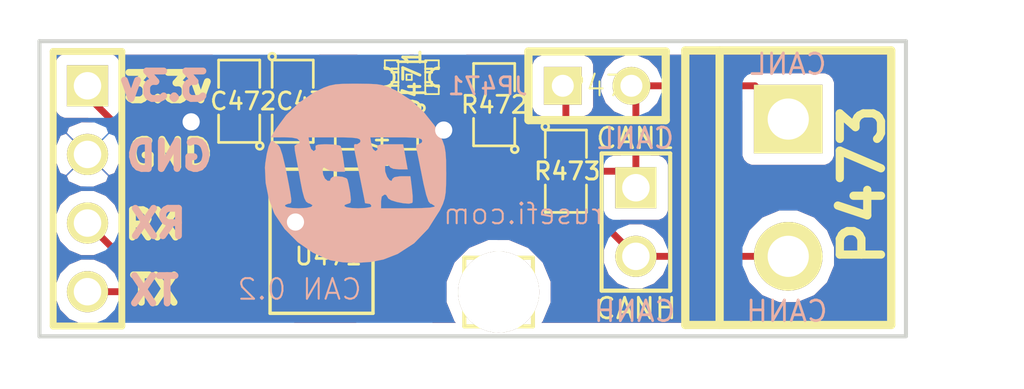
<source format=kicad_pcb>
(kicad_pcb (version 20221018) (generator pcbnew)
  (title_block (comment 2 "Art_Electro") (comment 3 "Art_Electro") (comment 4 "Art_Electro"))
  (layers (0 "F.Cu" signal) (31 "B.Cu" signal) (34 "B.Paste" user) (35 "F.Paste" user) (36 "B.SilkS" user) (37 "F.SilkS" user) (38 "B.Mask" user) (39 "F.Mask" user) (44 "Edge.Cuts" user))
  (net 0 "")
  (net 1 "/3.3V")
  (net 2 "/CANH")
  (net 3 "/CANL")
  (net 4 "/CAN_RX")
  (net 5 "/CAN_TX")
  (net 6 "GND")
  (net 7 "N-000001")
  (net 8 "N-000006")
  (net 9 "N-000007")
  (net 10 "N-000008")
  (net 11 "N-000009")
  (footprint "SM0805" (layer "F.Cu") (at 144.1196 180.086 -90)
    (fp_text reference "C471" (at 0 -0.6096) (layer "F.SilkS") (effects (font (size 0.635 0.635) (thickness 0.1016))))
    (fp_text value ".1uF" hide)
    (fp_line (start -1.524 -0.762) (end -0.508 -0.762) (stroke (width 0.09906)) (layer "F.SilkS"))
    (fp_line (start -1.524 0.762) (end -1.524 -0.762) (stroke (width 0.09906)) (layer "F.SilkS"))
    (fp_line (start -0.508 0.762) (end -1.524 0.762) (stroke (width 0.09906)) (layer "F.SilkS"))
    (fp_line (start 0.508 -0.762) (end 1.524 -0.762) (stroke (width 0.09906)) (layer "F.SilkS"))
    (fp_line (start 1.524 -0.762) (end 1.524 0.762) (stroke (width 0.09906)) (layer "F.SilkS"))
    (fp_line (start 1.524 0.762) (end 0.508 0.762) (stroke (width 0.09906)) (layer "F.SilkS"))
    (fp_circle (center -1.651 0.762) (end -1.651 0.635) (stroke (width 0.09906)) (fill none) (layer "F.SilkS"))
    (pad "1" smd rect (at -0.9525 0 270) (size 0.889 1.397) (layers "F.Cu" "F.Paste" "F.Mask") (net 6 "GND"))
    (pad "2" smd rect (at 0.9525 0 270) (size 0.889 1.397) (layers "F.Cu" "F.Paste" "F.Mask") (net 1 "/3.3V"))
  )
  (footprint "SM0805" (layer "F.Cu") (at 142.1384 180.086 90)
    (fp_text reference "C472" (at 0 0.1524 180) (layer "F.SilkS") (effects (font (size 0.635 0.635) (thickness 0.1016))))
    (fp_text value "4.7uF" hide)
    (fp_line (start -1.524 -0.762) (end -0.508 -0.762) (stroke (width 0.09906)) (layer "F.SilkS"))
    (fp_line (start -1.524 0.762) (end -1.524 -0.762) (stroke (width 0.09906)) (layer "F.SilkS"))
    (fp_line (start -0.508 0.762) (end -1.524 0.762) (stroke (width 0.09906)) (layer "F.SilkS"))
    (fp_line (start 0.508 -0.762) (end 1.524 -0.762) (stroke (width 0.09906)) (layer "F.SilkS"))
    (fp_line (start 1.524 -0.762) (end 1.524 0.762) (stroke (width 0.09906)) (layer "F.SilkS"))
    (fp_line (start 1.524 0.762) (end 0.508 0.762) (stroke (width 0.09906)) (layer "F.SilkS"))
    (fp_circle (center -1.651 0.762) (end -1.651 0.635) (stroke (width 0.09906)) (fill none) (layer "F.SilkS"))
    (pad "1" smd rect (at -0.9525 0 90) (size 0.889 1.397) (layers "F.Cu" "F.Paste" "F.Mask") (net 1 "/3.3V"))
    (pad "2" smd rect (at 0.9525 0 90) (size 0.889 1.397) (layers "F.Cu" "F.Paste" "F.Mask") (net 6 "GND"))
  )
  (footprint "SM0805" (layer "F.Cu") (at 151.5745 180.213 90)
    (fp_text reference "R472" (at 0 0 180) (layer "F.SilkS") (effects (font (size 0.635 0.635) (thickness 0.1016))))
    (fp_text value "10k" hide)
    (fp_line (start -1.524 -0.762) (end -0.508 -0.762) (stroke (width 0.09906)) (layer "F.SilkS"))
    (fp_line (start -1.524 0.762) (end -1.524 -0.762) (stroke (width 0.09906)) (layer "F.SilkS"))
    (fp_line (start -0.508 0.762) (end -1.524 0.762) (stroke (width 0.09906)) (layer "F.SilkS"))
    (fp_line (start 0.508 -0.762) (end 1.524 -0.762) (stroke (width 0.09906)) (layer "F.SilkS"))
    (fp_line (start 1.524 -0.762) (end 1.524 0.762) (stroke (width 0.09906)) (layer "F.SilkS"))
    (fp_line (start 1.524 0.762) (end 0.508 0.762) (stroke (width 0.09906)) (layer "F.SilkS"))
    (fp_circle (center -1.651 0.762) (end -1.651 0.635) (stroke (width 0.09906)) (fill none) (layer "F.SilkS"))
    (pad "1" smd rect (at -0.9525 0 90) (size 0.889 1.397) (layers "F.Cu" "F.Paste" "F.Mask") (net 11 "N-000009"))
    (pad "2" smd rect (at 0.9525 0 90) (size 0.889 1.397) (layers "F.Cu" "F.Paste" "F.Mask") (net 6 "GND"))
  )
  (footprint "PIN_ARRAY_2_A" (layer "F.Cu") (at 156.8196 184.5564 -90)
    (fp_text reference "P472" hide)
    (fp_text value "CONN_2" hide)
    (fp_line (start -2.54 -1.27) (end 2.54 -1.27) (stroke (width 0.1524)) (layer "F.SilkS"))
    (fp_line (start -2.54 1.27) (end -2.54 -1.27) (stroke (width 0.1524)) (layer "F.SilkS"))
    (fp_line (start 2.54 -1.27) (end 2.54 1.27) (stroke (width 0.1524)) (layer "F.SilkS"))
    (fp_line (start 2.54 1.27) (end -2.54 1.27) (stroke (width 0.1524)) (layer "F.SilkS"))
    (pad "1" thru_hole rect (at -1.27 0 270) (size 1.524 1.524) (drill 1.016) (layers "*.Cu" "*.Mask" "F.SilkS") (net 3 "/CANL"))
    (pad "2" thru_hole circle (at 1.27 0 270) (size 1.524 1.524) (drill 1.016) (layers "*.Cu" "*.Mask" "F.SilkS") (net 2 "/CANH"))
  )
  (footprint "SO8E" (layer "F.Cu") (at 145.1864 185.2676 -90)
    (fp_text reference "U471" (at 0.5588 -0.254) (layer "F.SilkS") (effects (font (size 0.635 0.635) (thickness 0.1016))))
    (fp_text value "SN65HVD230" hide)
    (fp_line (start -2.667 -1.905) (end -2.667 1.778) (stroke (width 0.127)) (layer "F.SilkS"))
    (fp_line (start -2.667 -0.508) (end -2.159 -0.508) (stroke (width 0.127)) (layer "F.SilkS"))
    (fp_line (start -2.667 1.778) (end -2.667 1.905) (stroke (width 0.127)) (layer "F.SilkS"))
    (fp_line (start -2.667 1.905) (end 2.667 1.905) (stroke (width 0.127)) (layer "F.SilkS"))
    (fp_line (start -2.159 -0.508) (end -2.159 0.508) (stroke (width 0.127)) (layer "F.SilkS"))
    (fp_line (start -2.159 0.508) (end -2.667 0.508) (stroke (width 0.127)) (layer "F.SilkS"))
    (fp_line (start 2.667 -1.905) (end -2.667 -1.905) (stroke (width 0.127)) (layer "F.SilkS"))
    (fp_line (start 2.667 -1.905) (end 2.667 1.905) (stroke (width 0.127)) (layer "F.SilkS"))
    (pad "1" smd rect (at -1.905 2.667 270) (size 0.59944 1.39954) (layers "F.Cu" "F.Paste" "F.Mask") (net 5 "/CAN_TX"))
    (pad "2" smd rect (at -0.635 2.667 270) (size 0.59944 1.39954) (layers "F.Cu" "F.Paste" "F.Mask") (net 6 "GND"))
    (pad "3" smd rect (at 0.635 2.667 270) (size 0.59944 1.39954) (layers "F.Cu" "F.Paste" "F.Mask") (net 1 "/3.3V"))
    (pad "4" smd rect (at 1.905 2.667 270) (size 0.59944 1.39954) (layers "F.Cu" "F.Paste" "F.Mask") (net 4 "/CAN_RX"))
    (pad "5" smd rect (at 1.905 -2.667 270) (size 0.59944 1.39954) (layers "F.Cu" "F.Paste" "F.Mask") (net 7 "N-000001"))
    (pad "6" smd rect (at 0.635 -2.667 270) (size 0.59944 1.39954) (layers "F.Cu" "F.Paste" "F.Mask") (net 3 "/CANL"))
    (pad "7" smd rect (at -0.635 -2.667 270) (size 0.59944 1.39954) (layers "F.Cu" "F.Paste" "F.Mask") (net 2 "/CANH"))
    (pad "8" smd rect (at -1.905 -2.667 270) (size 0.59944 1.39954) (layers "F.Cu" "F.Paste" "F.Mask") (net 11 "N-000009"))
  )
  (footprint "SM0805" (layer "F.Cu") (at 147.2184 181.102 180)
    (fp_text reference "R471" (at -0.127 -0.254 270) (layer "F.SilkS") (effects (font (size 0.635 0.635) (thickness 0.1016))))
    (fp_text value "1k" hide)
    (fp_line (start -1.524 -0.762) (end -0.508 -0.762) (stroke (width 0.09906)) (layer "F.SilkS"))
    (fp_line (start -1.524 0.762) (end -1.524 -0.762) (stroke (width 0.09906)) (layer "F.SilkS"))
    (fp_line (start -0.508 0.762) (end -1.524 0.762) (stroke (width 0.09906)) (layer "F.SilkS"))
    (fp_line (start 0.508 -0.762) (end 1.524 -0.762) (stroke (width 0.09906)) (layer "F.SilkS"))
    (fp_line (start 1.524 -0.762) (end 1.524 0.762) (stroke (width 0.09906)) (layer "F.SilkS"))
    (fp_line (start 1.524 0.762) (end 0.508 0.762) (stroke (width 0.09906)) (layer "F.SilkS"))
    (fp_circle (center -1.651 0.762) (end -1.651 0.635) (stroke (width 0.09906)) (fill none) (layer "F.SilkS"))
    (pad "1" smd rect (at -0.9525 0 180) (size 0.889 1.397) (layers "F.Cu" "F.Paste" "F.Mask") (net 8 "N-000006"))
    (pad "2" smd rect (at 0.9525 0 180) (size 0.889 1.397) (layers "F.Cu" "F.Paste" "F.Mask") (net 1 "/3.3V"))
  )
  (footprint "PIN_ARRAY_4x1" (layer "F.Cu") (at 136.525 183.3245 -90)
    (fp_text reference "P471" hide)
    (fp_text value "CONN_4" hide)
    (fp_line (start -5.08 -1.27) (end -5.08 1.27) (stroke (width 0.254)) (layer "F.SilkS"))
    (fp_line (start 5.08 -1.27) (end -5.08 -1.27) (stroke (width 0.254)) (layer "F.SilkS"))
    (fp_line (start 5.08 1.27) (end -5.08 1.27) (stroke (width 0.254)) (layer "F.SilkS"))
    (fp_line (start 5.08 1.27) (end 5.08 -1.27) (stroke (width 0.254)) (layer "F.SilkS"))
    (pad "1" thru_hole rect (at -3.81 0 270) (size 1.524 1.524) (drill 1.016) (layers "*.Cu" "*.Mask" "F.SilkS") (net 1 "/3.3V"))
    (pad "2" thru_hole circle (at -1.27 0 270) (size 1.524 1.524) (drill 1.016) (layers "*.Cu" "*.Mask" "F.SilkS") (net 6 "GND"))
    (pad "3" thru_hole circle (at 1.27 0 270) (size 1.524 1.524) (drill 1.016) (layers "*.Cu" "*.Mask" "F.SilkS") (net 4 "/CAN_RX"))
    (pad "4" thru_hole circle (at 3.81 0 270) (size 1.524 1.524) (drill 1.016) (layers "*.Cu" "*.Mask" "F.SilkS") (net 5 "/CAN_TX"))
  )
  (footprint "SM0805" (layer "F.Cu") (at 154.2288 182.6768 -90)
    (fp_text reference "R473" (at 0 -0.0508) (layer "F.SilkS") (effects (font (size 0.635 0.635) (thickness 0.10922))))
    (fp_text value "120" hide)
    (fp_line (start -1.524 -0.762) (end -0.508 -0.762) (stroke (width 0.09906)) (layer "F.SilkS"))
    (fp_line (start -1.524 0.762) (end -1.524 -0.762) (stroke (width 0.09906)) (layer "F.SilkS"))
    (fp_line (start -0.508 0.762) (end -1.524 0.762) (stroke (width 0.09906)) (layer "F.SilkS"))
    (fp_line (start 0.508 -0.762) (end 1.524 -0.762) (stroke (width 0.09906)) (layer "F.SilkS"))
    (fp_line (start 1.524 -0.762) (end 1.524 0.762) (stroke (width 0.09906)) (layer "F.SilkS"))
    (fp_line (start 1.524 0.762) (end 0.508 0.762) (stroke (width 0.09906)) (layer "F.SilkS"))
    (fp_circle (center -1.651 0.762) (end -1.651 0.635) (stroke (width 0.09906)) (fill none) (layer "F.SilkS"))
    (pad "1" smd rect (at -0.9525 0 270) (size 0.889 1.397) (layers "F.Cu" "F.Paste" "F.Mask") (net 10 "N-000008"))
    (pad "2" smd rect (at 0.9525 0 270) (size 0.889 1.397) (layers "F.Cu" "F.Paste" "F.Mask") (net 2 "/CANH"))
  )
  (footprint "LED-0805_A" (layer "F.Cu") (at 148.5265 179.197 180)
    (fp_text reference "D471" (at -0.0127 -0.1778 270) (layer "F.SilkS") (effects (font (size 0.635 0.635) (thickness 0.10922))))
    (fp_text value "RED" hide)
    (fp_line (start -0.99822 -0.62484) (end -0.99822 -0.29972) (stroke (width 0.06604)) (layer "F.SilkS"))
    (fp_line (start -0.99822 -0.62484) (end -0.49784 -0.62484) (stroke (width 0.06604)) (layer "F.SilkS"))
    (fp_line (start -0.99822 -0.29972) (end -0.49784 -0.29972) (stroke (width 0.06604)) (layer "F.SilkS"))
    (fp_line (start -0.99822 0.29972) (end -0.99822 0.62484) (stroke (width 0.06604)) (layer "F.SilkS"))
    (fp_line (start -0.99822 0.29972) (end -0.49784 0.29972) (stroke (width 0.06604)) (layer "F.SilkS"))
    (fp_line (start -0.99822 0.62484) (end -0.49784 0.62484) (stroke (width 0.06604)) (layer "F.SilkS"))
    (fp_line (start -0.7493 -0.32258) (end -0.7493 -0.17272) (stroke (width 0.06604)) (layer "F.SilkS"))
    (fp_line (start -0.7493 -0.32258) (end -0.49784 -0.32258) (stroke (width 0.06604)) (layer "F.SilkS"))
    (fp_line (start -0.7493 -0.17272) (end -0.49784 -0.17272) (stroke (width 0.06604)) (layer "F.SilkS"))
    (fp_line (start -0.7493 0.17272) (end -0.7493 0.32258) (stroke (width 0.06604)) (layer "F.SilkS"))
    (fp_line (start -0.7493 0.17272) (end -0.49784 0.17272) (stroke (width 0.06604)) (layer "F.SilkS"))
    (fp_line (start -0.7493 0.32258) (end -0.49784 0.32258) (stroke (width 0.06604)) (layer "F.SilkS"))
    (fp_line (start -0.6731 -0.19812) (end -0.6731 0.19812) (stroke (width 0.06604)) (layer "F.SilkS"))
    (fp_line (start -0.6731 -0.19812) (end -0.49784 -0.19812) (stroke (width 0.06604)) (layer "F.SilkS"))
    (fp_line (start -0.6731 0.19812) (end -0.49784 0.19812) (stroke (width 0.06604)) (layer "F.SilkS"))
    (fp_line (start -0.49784 -0.62484) (end -0.49784 -0.29972) (stroke (width 0.06604)) (layer "F.SilkS"))
    (fp_line (start -0.49784 -0.57404) (end 0.92456 -0.57404) (stroke (width 0.1016)) (layer "F.SilkS"))
    (fp_line (start -0.49784 -0.32258) (end -0.49784 -0.17272) (stroke (width 0.06604)) (layer "F.SilkS"))
    (fp_line (start -0.49784 -0.19812) (end -0.49784 0.19812) (stroke (width 0.06604)) (layer "F.SilkS"))
    (fp_line (start -0.49784 0.17272) (end -0.49784 0.32258) (stroke (width 0.06604)) (layer "F.SilkS"))
    (fp_line (start -0.49784 0.29972) (end -0.49784 0.62484) (stroke (width 0.06604)) (layer "F.SilkS"))
    (fp_line (start 0 -0.09906) (end 0 0.09906) (stroke (width 0.06604)) (layer "F.SilkS"))
    (fp_line (start 0 -0.09906) (end 0.19812 -0.09906) (stroke (width 0.06604)) (layer "F.SilkS"))
    (fp_line (start 0 0.09906) (end 0.19812 0.09906) (stroke (width 0.06604)) (layer "F.SilkS"))
    (fp_line (start 0.19812 -0.09906) (end 0.19812 0.09906) (stroke (width 0.06604)) (layer "F.SilkS"))
    (fp_line (start 0.49784 -0.59944) (end 0.49784 -0.29972) (stroke (width 0.06604)) (layer "F.SilkS"))
    (fp_line (start 0.49784 -0.59944) (end 0.79756 -0.59944) (stroke (width 0.06604)) (layer "F.SilkS"))
    (fp_line (start 0.49784 -0.32258) (end 0.49784 -0.17272) (stroke (width 0.06604)) (layer "F.SilkS"))
    (fp_line (start 0.49784 -0.32258) (end 0.7493 -0.32258) (stroke (width 0.06604)) (layer "F.SilkS"))
    (fp_line (start 0.49784 -0.29972) (end 0.79756 -0.29972) (stroke (width 0.06604)) (layer "F.SilkS"))
    (fp_line (start 0.49784 -0.19812) (end 0.49784 0.19812) (stroke (width 0.06604)) (layer "F.SilkS"))
    (fp_line (start 0.49784 -0.19812) (end 0.6731 -0.19812) (stroke (width 0.06604)) (layer "F.SilkS"))
    (fp_line (start 0.49784 -0.17272) (end 0.7493 -0.17272) (stroke (width 0.06604)) (layer "F.SilkS"))
    (fp_line (start 0.49784 0.17272) (end 0.49784 0.32258) (stroke (width 0.06604)) (layer "F.SilkS"))
    (fp_line (start 0.49784 0.17272) (end 0.7493 0.17272) (stroke (width 0.06604)) (layer "F.SilkS"))
    (fp_line (start 0.49784 0.19812) (end 0.6731 0.19812) (stroke (width 0.06604)) (layer "F.SilkS"))
    (fp_line (start 0.49784 0.29972) (end 0.49784 0.62484) (stroke (width 0.06604)) (layer "F.SilkS"))
    (fp_line (start 0.49784 0.29972) (end 0.99822 0.29972) (stroke (width 0.06604)) (layer "F.SilkS"))
    (fp_line (start 0.49784 0.32258) (end 0.7493 0.32258) (stroke (width 0.06604)) (layer "F.SilkS"))
    (fp_line (start 0.49784 0.62484) (end 0.99822 0.62484) (stroke (width 0.06604)) (layer "F.SilkS"))
    (fp_line (start 0.52324 0.57404) (end -0.52324 0.57404) (stroke (width 0.1016)) (layer "F.SilkS"))
    (fp_line (start 0.6731 -0.19812) (end 0.6731 0.19812) (stroke (width 0.06604)) (layer "F.SilkS"))
    (fp_line (start 0.7493 -0.32258) (end 0.7493 -0.17272) (stroke (width 0.06604)) (layer "F.SilkS"))
    (fp_line (start 0.7493 0.17272) (end 0.7493 0.32258) (stroke (width 0.06604)) (layer "F.SilkS"))
    (fp_line (start 0.79756 -0.59944) (end 0.79756 -0.29972) (stroke (width 0.06604)) (layer "F.SilkS"))
    (fp_line (start 0.92456 -0.62484) (end 0.92456 -0.39878) (stroke (width 0.06604)) (layer "F.SilkS"))
    (fp_line (start 0.92456 -0.62484) (end 0.99822 -0.62484) (stroke (width 0.06604)) (layer "F.SilkS"))
    (fp_line (start 0.92456 -0.39878) (end 0.99822 -0.39878) (stroke (width 0.06604)) (layer "F.SilkS"))
    (fp_line (start 0.99822 -0.62484) (end 0.99822 -0.39878) (stroke (width 0.06604)) (layer "F.SilkS"))
    (fp_line (start 0.99822 0.29972) (end 0.99822 0.62484) (stroke (width 0.06604)) (layer "F.SilkS"))
    (fp_arc (start -0.99822 -0.34798) (mid -0.65024 0) (end -0.99822 0.34798) (stroke (width 0.1016)) (layer "F.SilkS"))
    (fp_arc (start 0.99822 0.34798) (mid 0.65024 0) (end 0.99822 -0.34798) (stroke (width 0.1016)) (layer "F.SilkS"))
    (fp_circle (center 0.84836 -0.44958) (end 0.89916 -0.50038) (stroke (width 0.0508)) (fill none) (layer "F.SilkS"))
    (pad "1" smd rect (at -1.04902 0 180) (size 1.19888 1.19888) (layers "F.Cu" "F.Paste" "F.Mask") (net 8 "N-000006"))
    (pad "2" smd rect (at 1.04902 0 180) (size 1.19888 1.19888) (layers "F.Cu" "F.Paste" "F.Mask") (net 6 "GND"))
  )
  (footprint "JUMPER-2" (layer "F.Cu") (at 155.3845 179.5145)
    (fp_text reference "JP471" (at 0 0) (layer "F.SilkS") (effects (font (size 0.762 0.762) (thickness 0.0762))))
    (fp_text value "JUMPER" hide)
    (fp_line (start -2.54 -1.27) (end 2.54 -1.27) (stroke (width 0.3048)) (layer "F.SilkS"))
    (fp_line (start -2.54 1.27) (end -2.54 -1.27) (stroke (width 0.3048)) (layer "F.SilkS"))
    (fp_line (start 2.54 -1.27) (end 2.54 1.27) (stroke (width 0.3048)) (layer "F.SilkS"))
    (fp_line (start 2.54 1.27) (end -2.54 1.27) (stroke (width 0.3048)) (layer "F.SilkS"))
    (pad "1" thru_hole rect (at -1.27 0) (size 1.397 1.397) (drill 0.8128) (layers "*.Cu" "*.Mask" "F.SilkS") (net 10 "N-000008"))
    (pad "2" thru_hole circle (at 1.27 0) (size 1.397 1.397) (drill 0.8128) (layers "*.Cu" "*.Mask" "F.SilkS") (net 3 "/CANL"))
  )
  (footprint "PIN_ARRAY_1" (layer "F.Cu") (at 151.7396 187.1472)
    (fp_text reference "M471" hide)
    (fp_text value "CONN_1" hide)
    (fp_line (start -1.27 -1.27) (end 1.27 -1.27) (stroke (width 0.1524)) (layer "F.SilkS"))
    (fp_line (start -1.27 1.27) (end -1.27 -1.27) (stroke (width 0.1524)) (layer "F.SilkS"))
    (fp_line (start 1.27 -1.27) (end 1.27 1.27) (stroke (width 0.1524)) (layer "F.SilkS"))
    (fp_line (start 1.27 1.27) (end -1.27 1.27) (stroke (width 0.1524)) (layer "F.SilkS"))
    (pad "1" thru_hole circle (at 0 0) (size 3 3) (drill 3) (layers "*.Cu" "*.Mask" "F.SilkS") (net 9 "N-000007"))
  )
  (footprint "bornier2" (layer "F.Cu") (at 162.4584 183.2864 -90)
    (fp_text reference "P473" (at -0.1016 -2.7432 270) (layer "F.SilkS") (effects (font (size 1.524 1.524) (thickness 0.3048))))
    (fp_text value "CONN_2" hide)
    (fp_line (start -5.08 -3.81) (end -5.08 3.81) (stroke (width 0.3048)) (layer "F.SilkS"))
    (fp_line (start -5.08 3.81) (end 5.08 3.81) (stroke (width 0.3048)) (layer "F.SilkS"))
    (fp_line (start 5.08 -3.81) (end -5.08 -3.81) (stroke (width 0.3048)) (layer "F.SilkS"))
    (fp_line (start 5.08 2.54) (end -5.08 2.54) (stroke (width 0.3048)) (layer "F.SilkS"))
    (fp_line (start 5.08 3.81) (end 5.08 -3.81) (stroke (width 0.3048)) (layer "F.SilkS"))
    (pad "1" thru_hole rect (at -2.54 0 270) (size 2.54 2.54) (drill 1.524) (layers "*.Cu" "*.Mask" "F.SilkS") (net 3 "/CANL"))
    (pad "2" thru_hole circle (at 2.54 0 270) (size 2.54 2.54) (drill 1.524) (layers "*.Cu" "*.Mask" "F.SilkS") (net 2 "/CANH"))
  )
  (footprint "LOGO_F" (layer "B.Cu") (at 146.4564 182.7784)
    (fp_text reference "G471" hide)
    (fp_text value "LOGO" hide)
    (fp_poly (pts (xy 3.34518 -0.04318) (xy 3.3401 0.381) (xy 3.32486 0.68326) (xy 3.28676 0.90932) (xy 3.22326 1.1049) (xy 3.12166 1.3208) (xy 3.10896 1.3462) (xy 2.921 1.64084) (xy 2.921 1.18618) (xy 2.79654 1.1049) (xy 2.75844 1.09982) (xy 2.68732 1.016) (xy 2.60096 0.76708) (xy 2.5019 0.35052) (xy 2.46126 0.14732) (xy 2.38252 -0.24638) (xy 2.31394 -0.58928) (xy 2.2606 -0.84074) (xy 2.23266 -0.9525) (xy 2.2479 -1.07696) (xy 2.32156 -1.09982) (xy 2.4384 -1.16586) (xy 2.45618 -1.22682) (xy 2.42824 -1.28524) (xy 2.33172 -1.3208) (xy 2.13868 -1.34366) (xy 1.82372 -1.35382) (xy 1.49606 -1.35382) (xy 0.53594 -1.35382) (xy 0.57404 -1.09982) (xy 0.63246 -0.92202) (xy 0.7239 -0.84836) (xy 0.72644 -0.84582) (xy 0.80264 -0.90678) (xy 0.79248 -0.97536) (xy 0.79248 -1.04648) (xy 0.889 -1.08458) (xy 1.10744 -1.09982) (xy 1.24714 -1.09982) (xy 1.75006 -1.09982) (xy 1.83388 -0.635) (xy 1.9177 -0.17018) (xy 1.59258 -0.17018) (xy 1.38684 -0.1905) (xy 1.27508 -0.23876) (xy 1.27 -0.254) (xy 1.20142 -0.3302) (xy 1.15316 -0.33782) (xy 1.0795 -0.2921) (xy 1.08204 -0.127) (xy 1.0922 -0.07112) (xy 1.1557 0.1016) (xy 1.24206 0.22352) (xy 1.3208 0.25908) (xy 1.35382 0.1778) (xy 1.35382 0.17526) (xy 1.43002 0.11684) (xy 1.61544 0.08636) (xy 1.68656 0.08382) (xy 2.0193 0.08382) (xy 2.07772 0.55372) (xy 2.10312 0.81788) (xy 2.10312 1.01092) (xy 2.09042 1.06934) (xy 1.9685 1.09982) (xy 1.76022 1.08458) (xy 1.52146 1.03886) (xy 1.31318 0.97536) (xy 1.1938 0.90424) (xy 1.18618 0.88138) (xy 1.1176 0.7747) (xy 1.05918 0.762) (xy 0.95758 0.8382) (xy 0.93218 1.016) (xy 0.93218 1.27) (xy 1.95072 1.27) (xy 2.42062 1.26238) (xy 2.74066 1.2446) (xy 2.90322 1.21158) (xy 2.921 1.18618) (xy 2.921 1.64084) (xy 2.67716 2.02692) (xy 2.15646 2.5654) (xy 1.5494 2.9591) (xy 1.02108 3.16484) (xy 0.59182 3.24866) (xy 0.59182 1.18618) (xy 0.52324 1.10998) (xy 0.46482 1.09982) (xy 0.35306 1.08458) (xy 0.33782 1.06934) (xy 0.32258 0.98044) (xy 0.2794 0.75692) (xy 0.21336 0.4318) (xy 0.13462 0.04064) (xy 0.127 0) (xy 0.03556 -0.44958) (xy -0.02794 -0.75692) (xy -0.06096 -0.94996) (xy -0.06858 -1.0541) (xy -0.05334 -1.09728) (xy -0.01524 -1.1049) (xy 0.04318 -1.09982) (xy 0.15494 -1.1684) (xy 0.17018 -1.22682) (xy 0.14224 -1.28524) (xy 0.04572 -1.3208) (xy -0.14732 -1.34366) (xy -0.46228 -1.35382) (xy -0.78994 -1.35382) (xy -1.75006 -1.35382) (xy -1.71196 -1.09982) (xy -1.65354 -0.92202) (xy -1.5621 -0.84836) (xy -1.55956 -0.84582) (xy -1.48336 -0.90678) (xy -1.49352 -0.97282) (xy -1.49098 -1.04902) (xy -1.39446 -1.08712) (xy -1.1684 -1.09982) (xy -1.07188 -1.09982) (xy -0.80772 -1.08966) (xy -0.61976 -1.05918) (xy -0.56134 -1.03378) (xy -0.52578 -0.9144) (xy -0.48514 -0.69088) (xy -0.45974 -0.52578) (xy -0.40132 -0.08382) (xy -0.69342 -0.08382) (xy -0.91948 -0.11176) (xy -1.07696 -0.18034) (xy -1.08204 -0.18542) (xy -1.1938 -0.254) (xy -1.2319 -0.17018) (xy -1.21158 0.02032) (xy -1.143 0.17018) (xy -1.04394 0.254) (xy -0.95758 0.24892) (xy -0.93218 0.17018) (xy -0.86106 0.10668) (xy -0.69596 0.08382) (xy -0.50546 0.1016) (xy -0.35306 0.15494) (xy -0.31242 0.20066) (xy -0.27432 0.35052) (xy -0.2286 0.59436) (xy -0.20828 0.70866) (xy -0.18288 0.94996) (xy -0.20066 1.0668) (xy -0.27686 1.09982) (xy -0.28702 1.09982) (xy -0.4064 1.143) (xy -0.42418 1.18618) (xy -0.34544 1.22936) (xy -0.14478 1.25984) (xy 0.08382 1.27) (xy 0.3556 1.2573) (xy 0.53848 1.22428) (xy 0.59182 1.18618) (xy 0.59182 3.24866) (xy 0.5715 3.25374) (xy 0.0508 3.2893) (xy -0.4699 3.27152) (xy -0.91694 3.2004) (xy -0.99314 3.17754) (xy -1.59004 2.91338) (xy -2.15392 2.52222) (xy -2.63652 2.03708) (xy -2.99974 1.49606) (xy -3.03022 1.43256) (xy -3.22326 0.90932) (xy -3.3401 0.32258) (xy -3.3655 -0.2413) (xy -3.3528 -0.39624) (xy -3.29946 -0.7366) (xy -3.23088 -1.01092) (xy -3.15722 -1.18872) (xy -3.0861 -1.23698) (xy -3.06578 -1.21666) (xy -2.93624 -1.10998) (xy -2.88544 -1.08712) (xy -2.80924 -0.98298) (xy -2.7178 -0.71374) (xy -2.6162 -0.2921) (xy -2.57302 -0.08128) (xy -2.48158 0.38354) (xy -2.42316 0.70612) (xy -2.39268 0.9144) (xy -2.39014 1.03124) (xy -2.41554 1.08458) (xy -2.4638 1.09982) (xy -2.49682 1.09982) (xy -2.61112 1.14554) (xy -2.62382 1.18618) (xy -2.54762 1.22936) (xy -2.34696 1.25984) (xy -2.11582 1.27) (xy -1.8288 1.25476) (xy -1.651 1.21412) (xy -1.60274 1.15824) (xy -1.7018 1.09728) (xy -1.76276 1.0795) (xy -1.8415 1.02362) (xy -1.91008 0.88646) (xy -1.97866 0.63754) (xy -2.05486 0.25146) (xy -2.06248 0.2032) (xy -2.13106 -0.18288) (xy -2.19456 -0.52578) (xy -2.24282 -0.78232) (xy -2.25806 -0.86868) (xy -2.27076 -1.0414) (xy -2.19202 -1.09982) (xy -2.1717 -1.10236) (xy -2.07772 -1.15316) (xy -2.08534 -1.22936) (xy -2.1717 -1.30556) (xy -2.36728 -1.3462) (xy -2.6416 -1.35636) (xy -3.14706 -1.35382) (xy -2.95656 -1.67132) (xy -2.5781 -2.18186) (xy -2.09296 -2.64668) (xy -1.55702 -3.01244) (xy -1.44018 -3.0734) (xy -1.18618 -3.19532) (xy -0.97536 -3.27152) (xy -0.75692 -3.31724) (xy -0.48514 -3.33756) (xy -0.10668 -3.34264) (xy 0.04064 -3.34264) (xy 0.46482 -3.33756) (xy 0.76962 -3.32232) (xy 1.00076 -3.28422) (xy 1.2065 -3.21564) (xy 1.43764 -3.1115) (xy 1.47574 -3.09372) (xy 2.00914 -2.7559) (xy 2.50444 -2.30378) (xy 2.91592 -1.78816) (xy 3.10134 -1.46812) (xy 3.21056 -1.2319) (xy 3.28168 -1.02616) (xy 3.31978 -0.8001) (xy 3.3401 -0.50546) (xy 3.34264 -0.09398) (xy 3.34518 -0.04318)) (stroke (width 0.00254)) (fill solid) (layer "B.SilkS"))
  )
  (gr_line (start 134.747 188.7855) (end 166.8145 188.7855) (stroke (width 0.15)) (layer "Edge.Cuts"))
  (gr_line (start 134.747 177.8635) (end 134.747 188.7855) (stroke (width 0.15)) (layer "Edge.Cuts"))
  (gr_line (start 166.8145 177.8635) (end 134.747 177.8635) (stroke (width 0.15)) (layer "Edge.Cuts"))
  (gr_line (start 166.8145 188.722) (end 166.8145 177.8635) (stroke (width 0.15)) (layer "Edge.Cuts"))
  (gr_text "3.3v" (at 139.3444 179.5272) (layer "B.SilkS") (effects (font (size 1.016 1.016) (thickness 0.254)) (justify mirror)))
  (gr_text "GND" (at 139.5476 182.118) (layer "B.SilkS") (effects (font (size 1.016 1.016) (thickness 0.254)) (justify mirror)))
  (gr_text "RX" (at 139.1412 184.6072) (layer "B.SilkS") (effects (font (size 1.016 1.016) (thickness 0.254)) (justify mirror)))
  (gr_text "TX" (at 138.9888 187.0964) (layer "B.SilkS") (effects (font (size 1.016 1.016) (thickness 0.254)) (justify mirror)))
  (gr_text "CANL" (at 156.8196 181.4576) (layer "B.SilkS") (effects (font (size 0.762 0.762) (thickness 0.1016)) (justify mirror)))
  (gr_text "CAN 0.2" (at 144.3736 187.0456) (layer "B.SilkS") (effects (font (size 0.762 0.762) (thickness 0.075)) (justify mirror)))
  (gr_text "CANH" (at 162.4076 187.8584) (layer "B.SilkS") (effects (font (size 0.762 0.762) (thickness 0.1016)) (justify mirror)))
  (gr_text "CANH" (at 156.7688 187.8584) (layer "B.SilkS") (effects (font (size 0.762 0.762) (thickness 0.1016)) (justify mirror)))
  (gr_text "JP471" (at 151.3332 179.5272) (layer "B.SilkS") (effects (font (size 0.635 0.635) (thickness 0.1016)) (justify mirror)))
  (gr_text "rusefi.com" (at 152.654 184.2516) (layer "B.SilkS") (effects (font (size 0.762 0.762) (thickness 0.075)) (justify mirror)))
  (gr_text "CANL" (at 162.4584 178.7144) (layer "B.SilkS") (effects (font (size 0.762 0.762) (thickness 0.1016)) (justify mirror)))
  (gr_text "CANH" (at 156.8196 187.7568) (layer "F.SilkS") (effects (font (size 0.762 0.762) (thickness 0.1016))))
  (gr_text "3.3v" (at 139.5095 179.578) (layer "F.SilkS") (effects (font (size 1.016 1.016) (thickness 0.254))))
  (gr_text "RX" (at 138.938 184.658) (layer "F.SilkS") (effects (font (size 1.016 1.016) (thickness 0.254))))
  (gr_text "GND" (at 139.573 182.0545) (layer "F.SilkS") (effects (font (size 1.016 1.016) (thickness 0.254))))
  (gr_text "CANL" (at 156.7688 181.4576) (layer "F.SilkS") (effects (font (size 0.762 0.762) (thickness 0.1016))))
  (gr_text "TX" (at 139.0015 187.071) (layer "F.SilkS") (effects (font (size 1.016 1.016) (thickness 0.254))))
  (segment (start 136.525 179.8955) (end 138.7475 182.118) (width 0.254) (layer "F.Cu") (net 1))
  (segment (start 138.7475 182.118) (end 141.1732 182.118) (width 0.254) (layer "F.Cu") (net 1))
  (segment (start 141.605 185.9026) (end 141.1732 185.4708) (width 0.254) (layer "F.Cu") (net 1))
  (segment (start 141.1732 185.4708) (end 141.1732 182.118) (width 0.254) (layer "F.Cu") (net 1))
  (segment (start 141.1732 182.0037) (end 142.1384 181.0385) (width 0.254) (layer "F.Cu") (net 1))
  (segment (start 144.1831 181.102) (end 144.1196 181.0385) (width 0.254) (layer "F.Cu") (net 1))
  (segment (start 142.1384 181.0385) (end 144.1196 181.0385) (width 0.254) (layer "F.Cu") (net 1))
  (segment (start 136.525 179.5145) (end 136.525 179.8955) (width 0.254) (layer "F.Cu") (net 1))
  (segment (start 141.1732 182.118) (end 141.1732 182.0037) (width 0.254) (layer "F.Cu") (net 1))
  (segment (start 146.2659 181.102) (end 144.1831 181.102) (width 0.254) (layer "F.Cu") (net 1))
  (segment (start 142.5194 185.9026) (end 141.605 185.9026) (width 0.254) (layer "F.Cu") (net 1))
  (segment (start 149.098 187.706) (end 148.9456 187.8584) (width 0.254) (layer "F.Cu") (net 2))
  (segment (start 148.9456 187.8584) (end 146.812 187.8584) (width 0.254) (layer "F.Cu") (net 2))
  (segment (start 146.812 187.8584) (end 146.558 187.6044) (width 0.254) (layer "F.Cu") (net 2))
  (segment (start 146.558 187.6044) (end 146.558 185.0644) (width 0.254) (layer "F.Cu") (net 2))
  (segment (start 146.558 185.0644) (end 146.9898 184.6326) (width 0.254) (layer "F.Cu") (net 2))
  (segment (start 147.8534 184.6326) (end 146.9898 184.6326) (width 0.254) (layer "F.Cu") (net 2))
  (segment (start 149.098 186.1312) (end 149.7076 185.5216) (width 0.254) (layer "F.Cu") (net 2))
  (segment (start 149.7076 185.5216) (end 149.7076 185.1152) (width 0.254) (layer "F.Cu") (net 2))
  (segment (start 154.6225 183.6293) (end 156.8196 185.8264) (width 0.254) (layer "F.Cu") (net 2))
  (segment (start 149.7076 184.912002) (end 151.434802 183.1848) (width 0.254) (layer "F.Cu") (net 2))
  (segment (start 151.434802 183.1848) (end 153.7843 183.1848) (width 0.254) (layer "F.Cu") (net 2))
  (segment (start 153.7843 183.1848) (end 154.2288 183.6293) (width 0.254) (layer "F.Cu") (net 2))
  (segment (start 149.098 187.706) (end 149.098 186.1312) (width 0.254) (layer "F.Cu") (net 2))
  (segment (start 149.7076 185.1152) (end 149.7076 184.912002) (width 0.254) (layer "F.Cu") (net 2))
  (segment (start 156.8196 185.8264) (end 162.4076 185.8264) (width 0.254) (layer "F.Cu") (net 2))
  (segment (start 154.2288 183.6293) (end 154.6225 183.6293) (width 0.254) (layer "F.Cu") (net 2))
  (segment (start 156.8196 179.6796) (end 156.6545 179.5145) (width 0.254) (layer "F.Cu") (net 3))
  (segment (start 161.2265 179.5145) (end 162.433 180.721) (width 0.254) (layer "F.Cu") (net 3))
  (segment (start 148.463 185.9026) (end 149.1488 185.2168) (width 0.254) (layer "F.Cu") (net 3))
  (segment (start 149.1488 185.2168) (end 149.1488 184.8104) (width 0.254) (layer "F.Cu") (net 3))
  (segment (start 149.1488 184.8104) (end 151.2824 182.6768) (width 0.254) (layer "F.Cu") (net 3))
  (segment (start 151.2824 182.6768) (end 156.21 182.6768) (width 0.254) (layer "F.Cu") (net 3))
  (segment (start 156.21 182.6768) (end 156.8196 183.2864) (width 0.254) (layer "F.Cu") (net 3))
  (segment (start 156.8196 183.2864) (end 156.8196 179.6796) (width 0.254) (layer "F.Cu") (net 3))
  (segment (start 147.8534 185.9026) (end 148.463 185.9026) (width 0.254) (layer "F.Cu") (net 3))
  (segment (start 156.6545 179.5145) (end 161.2265 179.5145) (width 0.254) (layer "F.Cu") (net 3))
  (segment (start 139.1031 187.1726) (end 136.525 184.5945) (width 0.254) (layer "F.Cu") (net 4))
  (segment (start 142.5194 187.1726) (end 139.1031 187.1726) (width 0.254) (layer "F.Cu") (net 4))
  (segment (start 138.2649 187.1345) (end 139.0904 187.96) (width 0.254) (layer "F.Cu") (net 5))
  (segment (start 139.0904 187.96) (end 143.7132 187.96) (width 0.254) (layer "F.Cu") (net 5))
  (segment (start 143.7132 187.96) (end 145.034 186.6392) (width 0.254) (layer "F.Cu") (net 5))
  (segment (start 145.034 186.6392) (end 145.034 183.6928) (width 0.254) (layer "F.Cu") (net 5))
  (segment (start 145.034 183.6928) (end 144.7038 183.3626) (width 0.254) (layer "F.Cu") (net 5))
  (segment (start 144.7038 183.3626) (end 142.5194 183.3626) (width 0.254) (layer "F.Cu") (net 5))
  (segment (start 136.525 187.1345) (end 138.2649 187.1345) (width 0.254) (layer "F.Cu") (net 5))
  (segment (start 145.4785 179.197) (end 145.4785 179.1335) (width 0.254) (layer "F.Cu") (net 6))
  (segment (start 143.4465 179.07) (end 143.383 179.07) (width 0.254) (layer "F.Cu") (net 6))
  (segment (start 144.145 184.6326) (end 144.2212 184.5564) (width 0.254) (layer "F.Cu") (net 6))
  (segment (start 142.0749 179.1335) (end 140.3604 180.848) (width 0.254) (layer "F.Cu") (net 6))
  (segment (start 151.5745 179.2859) (end 149.7076 181.1528) (width 0.254) (layer "F.Cu") (net 6))
  (segment (start 145.4785 179.197) (end 147.41398 179.197) (width 0.254) (layer "F.Cu") (net 6))
  (segment (start 143.383 179.07) (end 145.3515 179.07) (width 0.254) (layer "F.Cu") (net 6))
  (segment (start 151.5745 179.2605) (end 151.5745 179.2859) (width 0.254) (layer "F.Cu") (net 6))
  (segment (start 142.5194 184.6326) (end 144.145 184.6326) (width 0.254) (layer "F.Cu") (net 6))
  (segment (start 145.3515 179.07) (end 145.4785 179.197) (width 0.254) (layer "F.Cu") (net 6))
  (segment (start 142.1384 179.1335) (end 142.0749 179.1335) (width 0.254) (layer "F.Cu") (net 6))
  (segment (start 145.4785 179.1335) (end 145.4785 179.197) (width 0.254) (layer "F.Cu") (net 6))
  (via (at 140.3604 180.848) (size 0.889) (drill 0.635) (layers "F.Cu" "B.Cu") (net 6))
  (via (at 149.7076 181.1528) (size 0.889) (drill 0.635) (layers "F.Cu" "B.Cu") (net 6))
  (via (at 144.2212 184.5564) (size 0.889) (drill 0.635) (layers "F.Cu" "B.Cu") (net 6))
  (segment (start 148.1709 180.60162) (end 149.57552 179.197) (width 0.254) (layer "F.Cu") (net 8))
  (segment (start 148.1709 181.102) (end 148.1709 180.60162) (width 0.254) (layer "F.Cu") (net 8))
  (segment (start 154.2288 179.6288) (end 154.1145 179.5145) (width 0.254) (layer "F.Cu") (net 10))
  (segment (start 154.2288 181.7243) (end 154.2288 179.6288) (width 0.254) (layer "F.Cu") (net 10))
  (segment (start 154.051 179.5145) (end 154.1145 179.5145) (width 0.254) (layer "F.Cu") (net 10))
  (segment (start 151.5745 181.229) (end 151.511 181.229) (width 0.254) (layer "F.Cu") (net 11))
  (segment (start 149.987 183.261) (end 152.0825 181.1655) (width 0.254) (layer "F.Cu") (net 11))
  (segment (start 152.0825 181.1655) (end 152.0825 181.1655) (width 0.254) (layer "F.Cu") (net 11))
  (segment (start 148.9456 183.261) (end 149.987 183.261) (width 0.254) (layer "F.Cu") (net 11))
  (segment (start 147.955 183.261) (end 147.8534 183.3626) (width 0.254) (layer "F.Cu") (net 11))
  (segment (start 148.9075 183.261) (end 148.9456 183.261) (width 0.254) (layer "F.Cu") (net 11))
  (segment (start 148.9456 183.261) (end 147.955 183.261) (width 0.254) (layer "F.Cu") (net 11))
  (zone (net 6) (net_name "GND") (layer "F.Cu") (connect_pads (clearance 0.3)) (min_thickness 0.25) (fill (thermal_gap 0.3) (thermal_bridge_width 0.3))
    (polygon (pts (xy 134.1755 177.165) (xy 134.1755 189.5475) (xy 170.6245 189.992) (xy 170.18 176.911)))
  )
  (zone (net 6) (net_name "GND") (layer "B.Cu") (connect_pads (clearance 0.3)) (min_thickness 0.25) (fill (thermal_gap 0.3) (thermal_bridge_width 0.3))
    (polygon (pts (xy 133.35 176.3395) (xy 133.2865 190.754) (xy 171.196 190.6905) (xy 171.069 176.3395)))
  )
)
</source>
